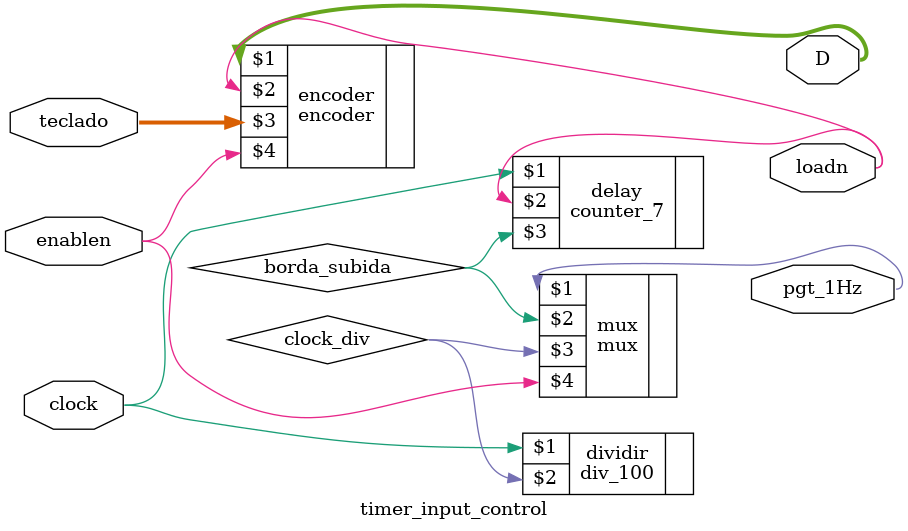
<source format=v>
`include "counter/counter_7.v"
`include "div_100/div_100.v"
`include "encoder/encoder.v"
`include "mux/mux.v"

module timer_input_control (output wire [3:0] D,
                output wire loadn, pgt_1Hz,
                input wire [9:0] teclado,
                input wire enablen, clock
                );

    wire borda_subida, clear, clock_div; 

  
    encoder encoder(D, loadn, teclado, enablen);
 
    div_100 dividir(clock, clock_div);

    counter_7 delay(clock, loadn, borda_subida);

    mux mux(pgt_1Hz, borda_subida, clock_div, enablen);

endmodule
</source>
